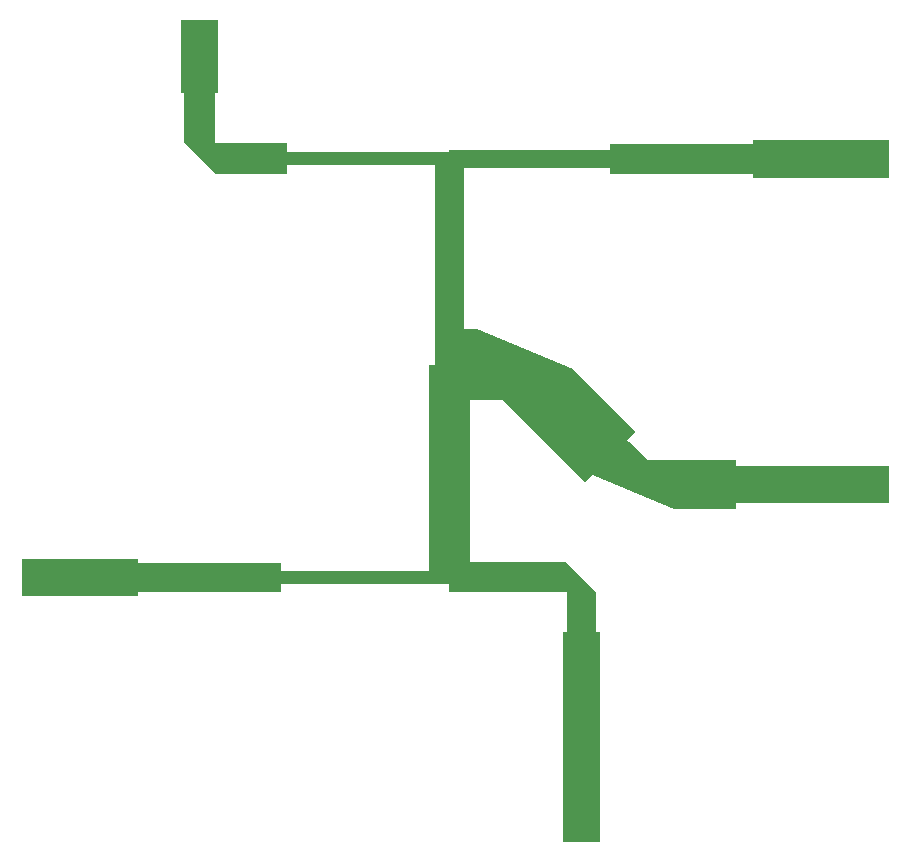
<source format=gbr>
G04 ===== Begin FILE IDENTIFICATION =====*
G04 File Format:  Gerber RS274X*
G04 ===== End FILE IDENTIFICATION =====*
%FSLAX34Y34*%
%MOMM*%
%SFA1.0000B1.0000*%
%OFA0.0B0.0*%
%ADD10C,0.025000*%
%LNcond*%
%IPPOS*%
%LPD*%
G75*
G36*
G01X-325818Y410455D02*
G01X-323166D01*
G01Y368455D01*
G01X-295871Y341160D01*
G01X-235871D01*
G01Y348731D01*
G01X-110548D01*
G01Y346401D01*
G01X-110549D01*
G01Y179819D01*
G01X-115528D01*
G01Y5702D01*
G01X-240738D01*
G01Y12071D01*
G01X-362195D01*
G01Y15775D01*
G01X-460505D01*
G01Y-15774D01*
G01X-362195D01*
G01Y-12071D01*
G01X-240738D01*
G01Y-5702D01*
G01X-98364D01*
G01Y-12574D01*
G01X1006D01*
G01Y-13579D01*
G01X1005D01*
G01Y-46579D01*
G01X-2195D01*
G01Y-224458D01*
G01X29354D01*
G01Y-46579D01*
G01X26153D01*
G01Y-13579D01*
G01X0Y12574D01*
G01X-81200D01*
G01Y149776D01*
G01X-52627D01*
G01X-36578Y133727D01*
G01X-36579Y133726D01*
G01X16455Y80692D01*
G01X23163Y87400D01*
G01X24931Y85632D01*
G01X24930Y85631D01*
G01X91435Y58086D01*
G01X144135D01*
G01Y62869D01*
G01X273987D01*
G01Y94418D01*
G01X144135D01*
G01Y99200D01*
G01X69508D01*
G01X54004Y114705D01*
G01X52236Y116473D01*
G01X58944Y123181D01*
G01X5910Y176215D01*
G01X5909Y176214D01*
G01X-75325Y209863D01*
G01Y209862D01*
G01X-86179D01*
G01Y346401D01*
G01X37536D01*
G01Y341575D01*
G01X158703D01*
G01Y338509D01*
G01X273987D01*
G01Y370058D01*
G01X158703D01*
G01Y366991D01*
G01X37536D01*
G01Y362165D01*
G01X-98364D01*
G01Y359835D01*
G01X-235871D01*
G01Y367406D01*
G01X-295871D01*
G01Y367405D01*
G01X-296920D01*
G01Y410455D01*
G01X-294269D01*
G01Y471628D01*
G01X-325818D01*
G01Y410455D01*
G37*
M02*


</source>
